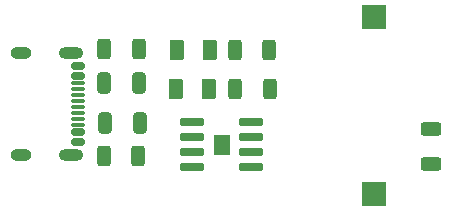
<source format=gbr>
%TF.GenerationSoftware,KiCad,Pcbnew,8.0.4*%
%TF.CreationDate,2024-08-19T19:21:19-07:00*%
%TF.ProjectId,LED flashlight,4c454420-666c-4617-9368-6c696768742e,rev?*%
%TF.SameCoordinates,Original*%
%TF.FileFunction,Paste,Top*%
%TF.FilePolarity,Positive*%
%FSLAX46Y46*%
G04 Gerber Fmt 4.6, Leading zero omitted, Abs format (unit mm)*
G04 Created by KiCad (PCBNEW 8.0.4) date 2024-08-19 19:21:19*
%MOMM*%
%LPD*%
G01*
G04 APERTURE LIST*
G04 Aperture macros list*
%AMRoundRect*
0 Rectangle with rounded corners*
0 $1 Rounding radius*
0 $2 $3 $4 $5 $6 $7 $8 $9 X,Y pos of 4 corners*
0 Add a 4 corners polygon primitive as box body*
4,1,4,$2,$3,$4,$5,$6,$7,$8,$9,$2,$3,0*
0 Add four circle primitives for the rounded corners*
1,1,$1+$1,$2,$3*
1,1,$1+$1,$4,$5*
1,1,$1+$1,$6,$7*
1,1,$1+$1,$8,$9*
0 Add four rect primitives between the rounded corners*
20,1,$1+$1,$2,$3,$4,$5,0*
20,1,$1+$1,$4,$5,$6,$7,0*
20,1,$1+$1,$6,$7,$8,$9,0*
20,1,$1+$1,$8,$9,$2,$3,0*%
G04 Aperture macros list end*
%ADD10C,0.010000*%
%ADD11RoundRect,0.250000X-0.312500X-0.625000X0.312500X-0.625000X0.312500X0.625000X-0.312500X0.625000X0*%
%ADD12RoundRect,0.250000X0.375000X0.625000X-0.375000X0.625000X-0.375000X-0.625000X0.375000X-0.625000X0*%
%ADD13RoundRect,0.250000X-0.625000X0.312500X-0.625000X-0.312500X0.625000X-0.312500X0.625000X0.312500X0*%
%ADD14RoundRect,0.250000X-0.325000X-0.650000X0.325000X-0.650000X0.325000X0.650000X-0.325000X0.650000X0*%
%ADD15RoundRect,0.250000X0.325000X0.650000X-0.325000X0.650000X-0.325000X-0.650000X0.325000X-0.650000X0*%
%ADD16R,2.000000X2.000000*%
%ADD17RoundRect,0.150000X-0.425000X0.150000X-0.425000X-0.150000X0.425000X-0.150000X0.425000X0.150000X0*%
%ADD18RoundRect,0.075000X-0.500000X0.075000X-0.500000X-0.075000X0.500000X-0.075000X0.500000X0.075000X0*%
%ADD19O,2.100000X1.000000*%
%ADD20O,1.800000X1.000000*%
%ADD21RoundRect,0.075000X-0.910000X-0.225000X0.910000X-0.225000X0.910000X0.225000X-0.910000X0.225000X0*%
%ADD22RoundRect,0.250000X0.312500X0.625000X-0.312500X0.625000X-0.312500X-0.625000X0.312500X-0.625000X0*%
G04 APERTURE END LIST*
D10*
%TO.C,U1*%
X142580000Y-95805000D02*
X141290000Y-95805000D01*
X141290000Y-94165000D01*
X142580000Y-94165000D01*
X142580000Y-95805000D01*
G36*
X142580000Y-95805000D02*
G01*
X141290000Y-95805000D01*
X141290000Y-94165000D01*
X142580000Y-94165000D01*
X142580000Y-95805000D01*
G37*
%TD*%
D11*
%TO.C,R1*%
X132007500Y-86890000D03*
X134932500Y-86890000D03*
%TD*%
D12*
%TO.C,D4*%
X140880000Y-90280000D03*
X138080000Y-90280000D03*
%TD*%
D13*
%TO.C,R5*%
X159655000Y-93682500D03*
X159655000Y-96607500D03*
%TD*%
D14*
%TO.C,D2*%
X131985000Y-89790000D03*
X134935000Y-89790000D03*
%TD*%
D15*
%TO.C,D1*%
X135035000Y-93150000D03*
X132085000Y-93150000D03*
%TD*%
D16*
%TO.C,SW1*%
X154820000Y-84180000D03*
X154820000Y-99180000D03*
%TD*%
D11*
%TO.C,R2*%
X143077500Y-90270000D03*
X146002500Y-90270000D03*
%TD*%
%TO.C,R3*%
X143045000Y-86940000D03*
X145970000Y-86940000D03*
%TD*%
D17*
%TO.C,P1*%
X129742221Y-88339014D03*
X129742221Y-89139014D03*
D18*
X129742221Y-90289014D03*
X129742221Y-91289014D03*
X129742221Y-91789014D03*
X129742221Y-92789014D03*
D17*
X129742221Y-93939014D03*
X129742221Y-94739014D03*
X129742221Y-94739014D03*
X129742221Y-93939014D03*
D18*
X129742221Y-93289014D03*
X129742221Y-92289014D03*
X129742221Y-90789014D03*
X129742221Y-89789014D03*
D17*
X129742221Y-89139014D03*
X129742221Y-88339014D03*
D19*
X129167221Y-87219014D03*
D20*
X124987221Y-87219014D03*
D19*
X129167221Y-95859014D03*
D20*
X124987221Y-95859014D03*
%TD*%
D12*
%TO.C,D5*%
X140950000Y-86990000D03*
X138150000Y-86990000D03*
%TD*%
D21*
%TO.C,U1*%
X139460000Y-93080000D03*
X139460000Y-94350000D03*
X139460000Y-95620000D03*
X139460000Y-96890000D03*
X144410000Y-96890000D03*
X144410000Y-95620000D03*
X144410000Y-94350000D03*
X144410000Y-93080000D03*
%TD*%
D22*
%TO.C,R4*%
X134872500Y-95990000D03*
X131947500Y-95990000D03*
%TD*%
M02*

</source>
